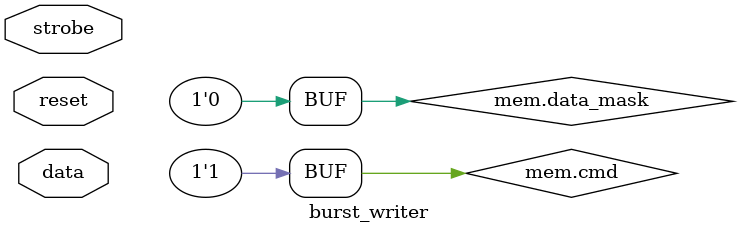
<source format=sv>
module burst_writer (
    input reset,
    input [7:0] data,
    input strobe,
    burst_bus_if.master mem
);

    bit [63:0] burst_data[4];
    bit [4:0] burst_data_write_address = 0;
    bit [1:0] burst_data_read_adr_d;
    bit [1:0] burst_data_read_adr_q = 0;

    bit cmd_en_d;
    bit increment_burst_addr;

    always_ff @(posedge mem.clk) begin
        if (reset) begin
            mem.addr <= 21'h500;  // TODO make configurable
            burst_data_write_address <= 0;
            burst_data_read_adr_q <= 0;
        end else begin
            if (strobe) begin
                case (burst_data_write_address[2:0])
                    0: burst_data[burst_data_write_address[4:3]][63:56] <= data;
                    1: burst_data[burst_data_write_address[4:3]][55:48] <= data;
                    2: burst_data[burst_data_write_address[4:3]][47:40] <= data;
                    3: burst_data[burst_data_write_address[4:3]][39:32] <= data;
                    4: burst_data[burst_data_write_address[4:3]][31:24] <= data;
                    5: burst_data[burst_data_write_address[4:3]][23:16] <= data;
                    6: burst_data[burst_data_write_address[4:3]][15:8] <= data;
                    7: burst_data[burst_data_write_address[4:3]][7:0] <= data;
                    default: ;
                endcase
                burst_data_write_address <= burst_data_write_address + 1;
            end

            mem.wr_data <= burst_data[burst_data_read_adr_d];
            mem.cmd_en <= cmd_en_d;
            burst_data_read_adr_q <= burst_data_read_adr_d;

            if (increment_burst_addr) mem.addr <= mem.addr + 16;
        end
    end

    always_comb begin
        mem.cmd = 1;
        cmd_en_d = 0;
        mem.data_mask = 0;
        increment_burst_addr = 0;
        burst_data_read_adr_d = burst_data_read_adr_q;

        // Received everything? Then go and write the burst
        if (strobe && burst_data_write_address == 5'b11111) begin
            cmd_en_d = 1;
        end

        // Hold cmd_en until ready
        if (mem.cmd_en && !mem.ready) cmd_en_d = 1;

        // If ready, we are writing the first word this cycle
        if (mem.cmd_en && mem.ready) begin
            burst_data_read_adr_d = burst_data_read_adr_q + 1;
            cmd_en_d = 0;
        end

        // If started, continue
        if (burst_data_read_adr_q != 0) begin
            burst_data_read_adr_d = burst_data_read_adr_q + 1;
        end

        // just provided the last word to write? Increment burst address
        if (burst_data_read_adr_q == 3) increment_burst_addr = 1;

    end
endmodule

</source>
